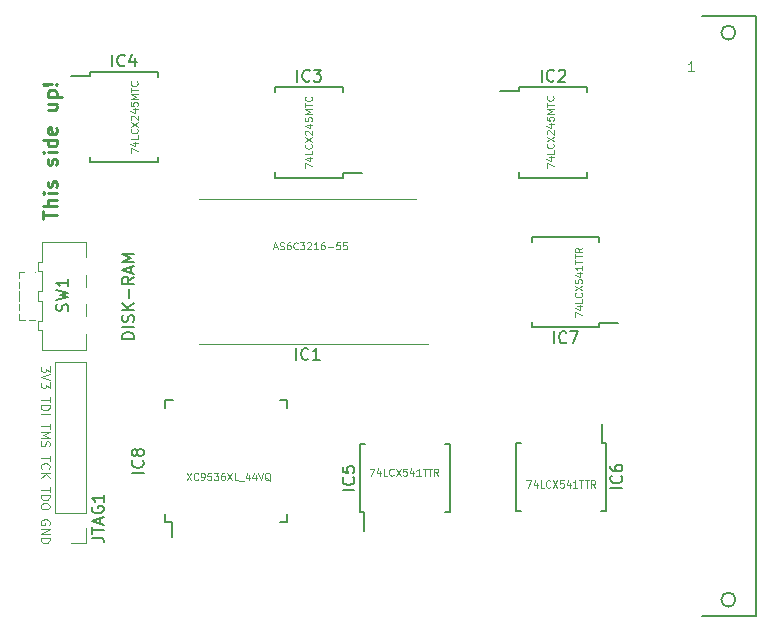
<source format=gto>
G04 #@! TF.GenerationSoftware,KiCad,Pcbnew,5.1.2-f72e74a~84~ubuntu16.04.1*
G04 #@! TF.CreationDate,2019-06-15T11:53:25+02:00*
G04 #@! TF.ProjectId,sakura,73616b75-7261-42e6-9b69-6361645f7063,2.1.2019*
G04 #@! TF.SameCoordinates,Original*
G04 #@! TF.FileFunction,Legend,Top*
G04 #@! TF.FilePolarity,Positive*
%FSLAX46Y46*%
G04 Gerber Fmt 4.6, Leading zero omitted, Abs format (unit mm)*
G04 Created by KiCad (PCBNEW 5.1.2-f72e74a~84~ubuntu16.04.1) date 2019-06-15 11:53:25*
%MOMM*%
%LPD*%
G04 APERTURE LIST*
%ADD10C,0.125000*%
%ADD11C,0.200000*%
%ADD12C,0.250000*%
%ADD13C,0.150000*%
%ADD14C,0.120000*%
%ADD15C,0.100000*%
%ADD16R,4.100000X0.900000*%
%ADD17C,0.900000*%
%ADD18R,2.600000X1.350000*%
%ADD19C,1.000000*%
%ADD20R,1.850000X0.550000*%
%ADD21R,0.550000X1.850000*%
%ADD22O,1.800000X1.800000*%
%ADD23R,1.800000X1.800000*%
%ADD24R,1.200000X0.350000*%
%ADD25R,0.650000X1.600000*%
%ADD26R,1.600000X0.650000*%
G04 APERTURE END LIST*
D10*
X173727921Y-85862554D02*
X173270778Y-85862554D01*
X173499350Y-85862554D02*
X173499350Y-85062554D01*
X173423159Y-85176840D01*
X173346969Y-85253030D01*
X173270778Y-85291126D01*
D11*
X126339430Y-108554828D02*
X125339430Y-108554828D01*
X125339430Y-108316732D01*
X125387050Y-108173875D01*
X125482288Y-108078637D01*
X125577526Y-108031018D01*
X125768002Y-107983399D01*
X125910859Y-107983399D01*
X126101335Y-108031018D01*
X126196573Y-108078637D01*
X126291811Y-108173875D01*
X126339430Y-108316732D01*
X126339430Y-108554828D01*
X126339430Y-107554828D02*
X125339430Y-107554828D01*
X126291811Y-107126256D02*
X126339430Y-106983399D01*
X126339430Y-106745304D01*
X126291811Y-106650066D01*
X126244192Y-106602447D01*
X126148954Y-106554828D01*
X126053716Y-106554828D01*
X125958478Y-106602447D01*
X125910859Y-106650066D01*
X125863240Y-106745304D01*
X125815621Y-106935780D01*
X125768002Y-107031018D01*
X125720383Y-107078637D01*
X125625145Y-107126256D01*
X125529907Y-107126256D01*
X125434669Y-107078637D01*
X125387050Y-107031018D01*
X125339430Y-106935780D01*
X125339430Y-106697685D01*
X125387050Y-106554828D01*
X126339430Y-106126256D02*
X125339430Y-106126256D01*
X126339430Y-105554828D02*
X125768002Y-105983399D01*
X125339430Y-105554828D02*
X125910859Y-106126256D01*
X125958478Y-105126256D02*
X125958478Y-104364351D01*
X126339430Y-103316732D02*
X125863240Y-103650066D01*
X126339430Y-103888161D02*
X125339430Y-103888161D01*
X125339430Y-103507209D01*
X125387050Y-103411970D01*
X125434669Y-103364351D01*
X125529907Y-103316732D01*
X125672764Y-103316732D01*
X125768002Y-103364351D01*
X125815621Y-103411970D01*
X125863240Y-103507209D01*
X125863240Y-103888161D01*
X126053716Y-102935780D02*
X126053716Y-102459590D01*
X126339430Y-103031018D02*
X125339430Y-102697685D01*
X126339430Y-102364351D01*
X126339430Y-102031018D02*
X125339430Y-102031018D01*
X126053716Y-101697685D01*
X125339430Y-101364351D01*
X126339430Y-101364351D01*
D12*
X118638607Y-98384078D02*
X118638607Y-97698364D01*
X119838607Y-98041221D02*
X118638607Y-98041221D01*
X119838607Y-97298364D02*
X118638607Y-97298364D01*
X119838607Y-96784078D02*
X119210035Y-96784078D01*
X119095750Y-96841221D01*
X119038607Y-96955507D01*
X119038607Y-97126935D01*
X119095750Y-97241221D01*
X119152892Y-97298364D01*
X119838607Y-96212650D02*
X119038607Y-96212650D01*
X118638607Y-96212650D02*
X118695750Y-96269792D01*
X118752892Y-96212650D01*
X118695750Y-96155507D01*
X118638607Y-96212650D01*
X118752892Y-96212650D01*
X119781464Y-95698364D02*
X119838607Y-95584078D01*
X119838607Y-95355507D01*
X119781464Y-95241221D01*
X119667178Y-95184078D01*
X119610035Y-95184078D01*
X119495750Y-95241221D01*
X119438607Y-95355507D01*
X119438607Y-95526935D01*
X119381464Y-95641221D01*
X119267178Y-95698364D01*
X119210035Y-95698364D01*
X119095750Y-95641221D01*
X119038607Y-95526935D01*
X119038607Y-95355507D01*
X119095750Y-95241221D01*
X119781464Y-93812650D02*
X119838607Y-93698364D01*
X119838607Y-93469792D01*
X119781464Y-93355507D01*
X119667178Y-93298364D01*
X119610035Y-93298364D01*
X119495750Y-93355507D01*
X119438607Y-93469792D01*
X119438607Y-93641221D01*
X119381464Y-93755507D01*
X119267178Y-93812650D01*
X119210035Y-93812650D01*
X119095750Y-93755507D01*
X119038607Y-93641221D01*
X119038607Y-93469792D01*
X119095750Y-93355507D01*
X119838607Y-92784078D02*
X119038607Y-92784078D01*
X118638607Y-92784078D02*
X118695750Y-92841221D01*
X118752892Y-92784078D01*
X118695750Y-92726935D01*
X118638607Y-92784078D01*
X118752892Y-92784078D01*
X119838607Y-91698364D02*
X118638607Y-91698364D01*
X119781464Y-91698364D02*
X119838607Y-91812650D01*
X119838607Y-92041221D01*
X119781464Y-92155507D01*
X119724321Y-92212650D01*
X119610035Y-92269792D01*
X119267178Y-92269792D01*
X119152892Y-92212650D01*
X119095750Y-92155507D01*
X119038607Y-92041221D01*
X119038607Y-91812650D01*
X119095750Y-91698364D01*
X119781464Y-90669792D02*
X119838607Y-90784078D01*
X119838607Y-91012650D01*
X119781464Y-91126935D01*
X119667178Y-91184078D01*
X119210035Y-91184078D01*
X119095750Y-91126935D01*
X119038607Y-91012650D01*
X119038607Y-90784078D01*
X119095750Y-90669792D01*
X119210035Y-90612650D01*
X119324321Y-90612650D01*
X119438607Y-91184078D01*
X119038607Y-88669792D02*
X119838607Y-88669792D01*
X119038607Y-89184078D02*
X119667178Y-89184078D01*
X119781464Y-89126935D01*
X119838607Y-89012650D01*
X119838607Y-88841221D01*
X119781464Y-88726935D01*
X119724321Y-88669792D01*
X119038607Y-88098364D02*
X120238607Y-88098364D01*
X119095750Y-88098364D02*
X119038607Y-87984078D01*
X119038607Y-87755507D01*
X119095750Y-87641221D01*
X119152892Y-87584078D01*
X119267178Y-87526935D01*
X119610035Y-87526935D01*
X119724321Y-87584078D01*
X119781464Y-87641221D01*
X119838607Y-87755507D01*
X119838607Y-87984078D01*
X119781464Y-88098364D01*
X119724321Y-87012650D02*
X119781464Y-86955507D01*
X119838607Y-87012650D01*
X119781464Y-87069792D01*
X119724321Y-87012650D01*
X119838607Y-87012650D01*
X119381464Y-87012650D02*
X118695750Y-87069792D01*
X118638607Y-87012650D01*
X118695750Y-86955507D01*
X119381464Y-87012650D01*
X118638607Y-87012650D01*
D10*
X163683878Y-106694361D02*
X163683878Y-106294361D01*
X164283878Y-106551504D01*
X163883878Y-105808647D02*
X164283878Y-105808647D01*
X163655307Y-105951504D02*
X164083878Y-106094361D01*
X164083878Y-105722932D01*
X164283878Y-105208647D02*
X164283878Y-105494361D01*
X163683878Y-105494361D01*
X164226735Y-104665790D02*
X164255307Y-104694361D01*
X164283878Y-104780075D01*
X164283878Y-104837218D01*
X164255307Y-104922932D01*
X164198164Y-104980075D01*
X164141021Y-105008647D01*
X164026735Y-105037218D01*
X163941021Y-105037218D01*
X163826735Y-105008647D01*
X163769592Y-104980075D01*
X163712450Y-104922932D01*
X163683878Y-104837218D01*
X163683878Y-104780075D01*
X163712450Y-104694361D01*
X163741021Y-104665790D01*
X163683878Y-104465790D02*
X164283878Y-104065790D01*
X163683878Y-104065790D02*
X164283878Y-104465790D01*
X163683878Y-103551504D02*
X163683878Y-103837218D01*
X163969592Y-103865790D01*
X163941021Y-103837218D01*
X163912450Y-103780075D01*
X163912450Y-103637218D01*
X163941021Y-103580075D01*
X163969592Y-103551504D01*
X164026735Y-103522932D01*
X164169592Y-103522932D01*
X164226735Y-103551504D01*
X164255307Y-103580075D01*
X164283878Y-103637218D01*
X164283878Y-103780075D01*
X164255307Y-103837218D01*
X164226735Y-103865790D01*
X163883878Y-103008647D02*
X164283878Y-103008647D01*
X163655307Y-103151504D02*
X164083878Y-103294361D01*
X164083878Y-102922932D01*
X164283878Y-102380075D02*
X164283878Y-102722932D01*
X164283878Y-102551504D02*
X163683878Y-102551504D01*
X163769592Y-102608647D01*
X163826735Y-102665790D01*
X163855307Y-102722932D01*
X163683878Y-102208647D02*
X163683878Y-101865790D01*
X164283878Y-102037218D02*
X163683878Y-102037218D01*
X163683878Y-101751504D02*
X163683878Y-101408647D01*
X164283878Y-101580075D02*
X163683878Y-101580075D01*
X164283878Y-100865790D02*
X163998164Y-101065790D01*
X164283878Y-101208647D02*
X163683878Y-101208647D01*
X163683878Y-100980075D01*
X163712450Y-100922932D01*
X163741021Y-100894361D01*
X163798164Y-100865790D01*
X163883878Y-100865790D01*
X163941021Y-100894361D01*
X163969592Y-100922932D01*
X163998164Y-100980075D01*
X163998164Y-101208647D01*
X138174450Y-100809790D02*
X138460164Y-100809790D01*
X138117307Y-100981218D02*
X138317307Y-100381218D01*
X138517307Y-100981218D01*
X138688735Y-100952647D02*
X138774450Y-100981218D01*
X138917307Y-100981218D01*
X138974450Y-100952647D01*
X139003021Y-100924075D01*
X139031592Y-100866932D01*
X139031592Y-100809790D01*
X139003021Y-100752647D01*
X138974450Y-100724075D01*
X138917307Y-100695504D01*
X138803021Y-100666932D01*
X138745878Y-100638361D01*
X138717307Y-100609790D01*
X138688735Y-100552647D01*
X138688735Y-100495504D01*
X138717307Y-100438361D01*
X138745878Y-100409790D01*
X138803021Y-100381218D01*
X138945878Y-100381218D01*
X139031592Y-100409790D01*
X139545878Y-100381218D02*
X139431592Y-100381218D01*
X139374450Y-100409790D01*
X139345878Y-100438361D01*
X139288735Y-100524075D01*
X139260164Y-100638361D01*
X139260164Y-100866932D01*
X139288735Y-100924075D01*
X139317307Y-100952647D01*
X139374450Y-100981218D01*
X139488735Y-100981218D01*
X139545878Y-100952647D01*
X139574450Y-100924075D01*
X139603021Y-100866932D01*
X139603021Y-100724075D01*
X139574450Y-100666932D01*
X139545878Y-100638361D01*
X139488735Y-100609790D01*
X139374450Y-100609790D01*
X139317307Y-100638361D01*
X139288735Y-100666932D01*
X139260164Y-100724075D01*
X140203021Y-100924075D02*
X140174450Y-100952647D01*
X140088735Y-100981218D01*
X140031592Y-100981218D01*
X139945878Y-100952647D01*
X139888735Y-100895504D01*
X139860164Y-100838361D01*
X139831592Y-100724075D01*
X139831592Y-100638361D01*
X139860164Y-100524075D01*
X139888735Y-100466932D01*
X139945878Y-100409790D01*
X140031592Y-100381218D01*
X140088735Y-100381218D01*
X140174450Y-100409790D01*
X140203021Y-100438361D01*
X140403021Y-100381218D02*
X140774450Y-100381218D01*
X140574450Y-100609790D01*
X140660164Y-100609790D01*
X140717307Y-100638361D01*
X140745878Y-100666932D01*
X140774450Y-100724075D01*
X140774450Y-100866932D01*
X140745878Y-100924075D01*
X140717307Y-100952647D01*
X140660164Y-100981218D01*
X140488735Y-100981218D01*
X140431592Y-100952647D01*
X140403021Y-100924075D01*
X141003021Y-100438361D02*
X141031592Y-100409790D01*
X141088735Y-100381218D01*
X141231592Y-100381218D01*
X141288735Y-100409790D01*
X141317307Y-100438361D01*
X141345878Y-100495504D01*
X141345878Y-100552647D01*
X141317307Y-100638361D01*
X140974450Y-100981218D01*
X141345878Y-100981218D01*
X141917307Y-100981218D02*
X141574450Y-100981218D01*
X141745878Y-100981218D02*
X141745878Y-100381218D01*
X141688735Y-100466932D01*
X141631592Y-100524075D01*
X141574450Y-100552647D01*
X142431592Y-100381218D02*
X142317307Y-100381218D01*
X142260164Y-100409790D01*
X142231592Y-100438361D01*
X142174450Y-100524075D01*
X142145878Y-100638361D01*
X142145878Y-100866932D01*
X142174450Y-100924075D01*
X142203021Y-100952647D01*
X142260164Y-100981218D01*
X142374450Y-100981218D01*
X142431592Y-100952647D01*
X142460164Y-100924075D01*
X142488735Y-100866932D01*
X142488735Y-100724075D01*
X142460164Y-100666932D01*
X142431592Y-100638361D01*
X142374450Y-100609790D01*
X142260164Y-100609790D01*
X142203021Y-100638361D01*
X142174450Y-100666932D01*
X142145878Y-100724075D01*
X142745878Y-100752647D02*
X143203021Y-100752647D01*
X143774450Y-100381218D02*
X143488735Y-100381218D01*
X143460164Y-100666932D01*
X143488735Y-100638361D01*
X143545878Y-100609790D01*
X143688735Y-100609790D01*
X143745878Y-100638361D01*
X143774450Y-100666932D01*
X143803021Y-100724075D01*
X143803021Y-100866932D01*
X143774450Y-100924075D01*
X143745878Y-100952647D01*
X143688735Y-100981218D01*
X143545878Y-100981218D01*
X143488735Y-100952647D01*
X143460164Y-100924075D01*
X144345878Y-100381218D02*
X144060164Y-100381218D01*
X144031592Y-100666932D01*
X144060164Y-100638361D01*
X144117307Y-100609790D01*
X144260164Y-100609790D01*
X144317307Y-100638361D01*
X144345878Y-100666932D01*
X144374450Y-100724075D01*
X144374450Y-100866932D01*
X144345878Y-100924075D01*
X144317307Y-100952647D01*
X144260164Y-100981218D01*
X144117307Y-100981218D01*
X144060164Y-100952647D01*
X144031592Y-100924075D01*
X126066478Y-92828487D02*
X126066478Y-92428487D01*
X126666478Y-92685630D01*
X126266478Y-91942772D02*
X126666478Y-91942772D01*
X126037907Y-92085630D02*
X126466478Y-92228487D01*
X126466478Y-91857058D01*
X126666478Y-91342772D02*
X126666478Y-91628487D01*
X126066478Y-91628487D01*
X126609335Y-90799915D02*
X126637907Y-90828487D01*
X126666478Y-90914201D01*
X126666478Y-90971344D01*
X126637907Y-91057058D01*
X126580764Y-91114201D01*
X126523621Y-91142772D01*
X126409335Y-91171344D01*
X126323621Y-91171344D01*
X126209335Y-91142772D01*
X126152192Y-91114201D01*
X126095050Y-91057058D01*
X126066478Y-90971344D01*
X126066478Y-90914201D01*
X126095050Y-90828487D01*
X126123621Y-90799915D01*
X126066478Y-90599915D02*
X126666478Y-90199915D01*
X126066478Y-90199915D02*
X126666478Y-90599915D01*
X126123621Y-89999915D02*
X126095050Y-89971344D01*
X126066478Y-89914201D01*
X126066478Y-89771344D01*
X126095050Y-89714201D01*
X126123621Y-89685630D01*
X126180764Y-89657058D01*
X126237907Y-89657058D01*
X126323621Y-89685630D01*
X126666478Y-90028487D01*
X126666478Y-89657058D01*
X126266478Y-89142772D02*
X126666478Y-89142772D01*
X126037907Y-89285630D02*
X126466478Y-89428487D01*
X126466478Y-89057058D01*
X126066478Y-88542772D02*
X126066478Y-88828487D01*
X126352192Y-88857058D01*
X126323621Y-88828487D01*
X126295050Y-88771344D01*
X126295050Y-88628487D01*
X126323621Y-88571344D01*
X126352192Y-88542772D01*
X126409335Y-88514201D01*
X126552192Y-88514201D01*
X126609335Y-88542772D01*
X126637907Y-88571344D01*
X126666478Y-88628487D01*
X126666478Y-88771344D01*
X126637907Y-88828487D01*
X126609335Y-88857058D01*
X126666478Y-88257058D02*
X126066478Y-88257058D01*
X126495050Y-88057058D01*
X126066478Y-87857058D01*
X126666478Y-87857058D01*
X126066478Y-87657058D02*
X126066478Y-87314201D01*
X126666478Y-87485630D02*
X126066478Y-87485630D01*
X126609335Y-86771344D02*
X126637907Y-86799915D01*
X126666478Y-86885630D01*
X126666478Y-86942772D01*
X126637907Y-87028487D01*
X126580764Y-87085630D01*
X126523621Y-87114201D01*
X126409335Y-87142772D01*
X126323621Y-87142772D01*
X126209335Y-87114201D01*
X126152192Y-87085630D01*
X126095050Y-87028487D01*
X126066478Y-86942772D01*
X126066478Y-86885630D01*
X126095050Y-86799915D01*
X126123621Y-86771344D01*
X161273418Y-94073087D02*
X161273418Y-93673087D01*
X161873418Y-93930230D01*
X161473418Y-93187372D02*
X161873418Y-93187372D01*
X161244847Y-93330230D02*
X161673418Y-93473087D01*
X161673418Y-93101658D01*
X161873418Y-92587372D02*
X161873418Y-92873087D01*
X161273418Y-92873087D01*
X161816275Y-92044515D02*
X161844847Y-92073087D01*
X161873418Y-92158801D01*
X161873418Y-92215944D01*
X161844847Y-92301658D01*
X161787704Y-92358801D01*
X161730561Y-92387372D01*
X161616275Y-92415944D01*
X161530561Y-92415944D01*
X161416275Y-92387372D01*
X161359132Y-92358801D01*
X161301990Y-92301658D01*
X161273418Y-92215944D01*
X161273418Y-92158801D01*
X161301990Y-92073087D01*
X161330561Y-92044515D01*
X161273418Y-91844515D02*
X161873418Y-91444515D01*
X161273418Y-91444515D02*
X161873418Y-91844515D01*
X161330561Y-91244515D02*
X161301990Y-91215944D01*
X161273418Y-91158801D01*
X161273418Y-91015944D01*
X161301990Y-90958801D01*
X161330561Y-90930230D01*
X161387704Y-90901658D01*
X161444847Y-90901658D01*
X161530561Y-90930230D01*
X161873418Y-91273087D01*
X161873418Y-90901658D01*
X161473418Y-90387372D02*
X161873418Y-90387372D01*
X161244847Y-90530230D02*
X161673418Y-90673087D01*
X161673418Y-90301658D01*
X161273418Y-89787372D02*
X161273418Y-90073087D01*
X161559132Y-90101658D01*
X161530561Y-90073087D01*
X161501990Y-90015944D01*
X161501990Y-89873087D01*
X161530561Y-89815944D01*
X161559132Y-89787372D01*
X161616275Y-89758801D01*
X161759132Y-89758801D01*
X161816275Y-89787372D01*
X161844847Y-89815944D01*
X161873418Y-89873087D01*
X161873418Y-90015944D01*
X161844847Y-90073087D01*
X161816275Y-90101658D01*
X161873418Y-89501658D02*
X161273418Y-89501658D01*
X161701990Y-89301658D01*
X161273418Y-89101658D01*
X161873418Y-89101658D01*
X161273418Y-88901658D02*
X161273418Y-88558801D01*
X161873418Y-88730230D02*
X161273418Y-88730230D01*
X161816275Y-88015944D02*
X161844847Y-88044515D01*
X161873418Y-88130230D01*
X161873418Y-88187372D01*
X161844847Y-88273087D01*
X161787704Y-88330230D01*
X161730561Y-88358801D01*
X161616275Y-88387372D01*
X161530561Y-88387372D01*
X161416275Y-88358801D01*
X161359132Y-88330230D01*
X161301990Y-88273087D01*
X161273418Y-88187372D01*
X161273418Y-88130230D01*
X161301990Y-88044515D01*
X161330561Y-88015944D01*
X140823878Y-94108647D02*
X140823878Y-93708647D01*
X141423878Y-93965790D01*
X141023878Y-93222932D02*
X141423878Y-93222932D01*
X140795307Y-93365790D02*
X141223878Y-93508647D01*
X141223878Y-93137218D01*
X141423878Y-92622932D02*
X141423878Y-92908647D01*
X140823878Y-92908647D01*
X141366735Y-92080075D02*
X141395307Y-92108647D01*
X141423878Y-92194361D01*
X141423878Y-92251504D01*
X141395307Y-92337218D01*
X141338164Y-92394361D01*
X141281021Y-92422932D01*
X141166735Y-92451504D01*
X141081021Y-92451504D01*
X140966735Y-92422932D01*
X140909592Y-92394361D01*
X140852450Y-92337218D01*
X140823878Y-92251504D01*
X140823878Y-92194361D01*
X140852450Y-92108647D01*
X140881021Y-92080075D01*
X140823878Y-91880075D02*
X141423878Y-91480075D01*
X140823878Y-91480075D02*
X141423878Y-91880075D01*
X140881021Y-91280075D02*
X140852450Y-91251504D01*
X140823878Y-91194361D01*
X140823878Y-91051504D01*
X140852450Y-90994361D01*
X140881021Y-90965790D01*
X140938164Y-90937218D01*
X140995307Y-90937218D01*
X141081021Y-90965790D01*
X141423878Y-91308647D01*
X141423878Y-90937218D01*
X141023878Y-90422932D02*
X141423878Y-90422932D01*
X140795307Y-90565790D02*
X141223878Y-90708647D01*
X141223878Y-90337218D01*
X140823878Y-89822932D02*
X140823878Y-90108647D01*
X141109592Y-90137218D01*
X141081021Y-90108647D01*
X141052450Y-90051504D01*
X141052450Y-89908647D01*
X141081021Y-89851504D01*
X141109592Y-89822932D01*
X141166735Y-89794361D01*
X141309592Y-89794361D01*
X141366735Y-89822932D01*
X141395307Y-89851504D01*
X141423878Y-89908647D01*
X141423878Y-90051504D01*
X141395307Y-90108647D01*
X141366735Y-90137218D01*
X141423878Y-89537218D02*
X140823878Y-89537218D01*
X141252450Y-89337218D01*
X140823878Y-89137218D01*
X141423878Y-89137218D01*
X140823878Y-88937218D02*
X140823878Y-88594361D01*
X141423878Y-88765790D02*
X140823878Y-88765790D01*
X141366735Y-88051504D02*
X141395307Y-88080075D01*
X141423878Y-88165790D01*
X141423878Y-88222932D01*
X141395307Y-88308647D01*
X141338164Y-88365790D01*
X141281021Y-88394361D01*
X141166735Y-88422932D01*
X141081021Y-88422932D01*
X140966735Y-88394361D01*
X140909592Y-88365790D01*
X140852450Y-88308647D01*
X140823878Y-88222932D01*
X140823878Y-88165790D01*
X140852450Y-88080075D01*
X140881021Y-88051504D01*
X159570038Y-120551738D02*
X159970038Y-120551738D01*
X159712895Y-121151738D01*
X160455752Y-120751738D02*
X160455752Y-121151738D01*
X160312895Y-120523167D02*
X160170038Y-120951738D01*
X160541467Y-120951738D01*
X161055752Y-121151738D02*
X160770038Y-121151738D01*
X160770038Y-120551738D01*
X161598610Y-121094595D02*
X161570038Y-121123167D01*
X161484324Y-121151738D01*
X161427181Y-121151738D01*
X161341467Y-121123167D01*
X161284324Y-121066024D01*
X161255752Y-121008881D01*
X161227181Y-120894595D01*
X161227181Y-120808881D01*
X161255752Y-120694595D01*
X161284324Y-120637452D01*
X161341467Y-120580310D01*
X161427181Y-120551738D01*
X161484324Y-120551738D01*
X161570038Y-120580310D01*
X161598610Y-120608881D01*
X161798610Y-120551738D02*
X162198610Y-121151738D01*
X162198610Y-120551738D02*
X161798610Y-121151738D01*
X162712895Y-120551738D02*
X162427181Y-120551738D01*
X162398610Y-120837452D01*
X162427181Y-120808881D01*
X162484324Y-120780310D01*
X162627181Y-120780310D01*
X162684324Y-120808881D01*
X162712895Y-120837452D01*
X162741467Y-120894595D01*
X162741467Y-121037452D01*
X162712895Y-121094595D01*
X162684324Y-121123167D01*
X162627181Y-121151738D01*
X162484324Y-121151738D01*
X162427181Y-121123167D01*
X162398610Y-121094595D01*
X163255752Y-120751738D02*
X163255752Y-121151738D01*
X163112895Y-120523167D02*
X162970038Y-120951738D01*
X163341467Y-120951738D01*
X163884324Y-121151738D02*
X163541467Y-121151738D01*
X163712895Y-121151738D02*
X163712895Y-120551738D01*
X163655752Y-120637452D01*
X163598610Y-120694595D01*
X163541467Y-120723167D01*
X164055752Y-120551738D02*
X164398610Y-120551738D01*
X164227181Y-121151738D02*
X164227181Y-120551738D01*
X164512895Y-120551738D02*
X164855752Y-120551738D01*
X164684324Y-121151738D02*
X164684324Y-120551738D01*
X165398610Y-121151738D02*
X165198610Y-120866024D01*
X165055752Y-121151738D02*
X165055752Y-120551738D01*
X165284324Y-120551738D01*
X165341467Y-120580310D01*
X165370038Y-120608881D01*
X165398610Y-120666024D01*
X165398610Y-120751738D01*
X165370038Y-120808881D01*
X165341467Y-120837452D01*
X165284324Y-120866024D01*
X165055752Y-120866024D01*
X146288378Y-119553518D02*
X146688378Y-119553518D01*
X146431235Y-120153518D01*
X147174092Y-119753518D02*
X147174092Y-120153518D01*
X147031235Y-119524947D02*
X146888378Y-119953518D01*
X147259807Y-119953518D01*
X147774092Y-120153518D02*
X147488378Y-120153518D01*
X147488378Y-119553518D01*
X148316950Y-120096375D02*
X148288378Y-120124947D01*
X148202664Y-120153518D01*
X148145521Y-120153518D01*
X148059807Y-120124947D01*
X148002664Y-120067804D01*
X147974092Y-120010661D01*
X147945521Y-119896375D01*
X147945521Y-119810661D01*
X147974092Y-119696375D01*
X148002664Y-119639232D01*
X148059807Y-119582090D01*
X148145521Y-119553518D01*
X148202664Y-119553518D01*
X148288378Y-119582090D01*
X148316950Y-119610661D01*
X148516950Y-119553518D02*
X148916950Y-120153518D01*
X148916950Y-119553518D02*
X148516950Y-120153518D01*
X149431235Y-119553518D02*
X149145521Y-119553518D01*
X149116950Y-119839232D01*
X149145521Y-119810661D01*
X149202664Y-119782090D01*
X149345521Y-119782090D01*
X149402664Y-119810661D01*
X149431235Y-119839232D01*
X149459807Y-119896375D01*
X149459807Y-120039232D01*
X149431235Y-120096375D01*
X149402664Y-120124947D01*
X149345521Y-120153518D01*
X149202664Y-120153518D01*
X149145521Y-120124947D01*
X149116950Y-120096375D01*
X149974092Y-119753518D02*
X149974092Y-120153518D01*
X149831235Y-119524947D02*
X149688378Y-119953518D01*
X150059807Y-119953518D01*
X150602664Y-120153518D02*
X150259807Y-120153518D01*
X150431235Y-120153518D02*
X150431235Y-119553518D01*
X150374092Y-119639232D01*
X150316950Y-119696375D01*
X150259807Y-119724947D01*
X150774092Y-119553518D02*
X151116950Y-119553518D01*
X150945521Y-120153518D02*
X150945521Y-119553518D01*
X151231235Y-119553518D02*
X151574092Y-119553518D01*
X151402664Y-120153518D02*
X151402664Y-119553518D01*
X152116950Y-120153518D02*
X151916950Y-119867804D01*
X151774092Y-120153518D02*
X151774092Y-119553518D01*
X152002664Y-119553518D01*
X152059807Y-119582090D01*
X152088378Y-119610661D01*
X152116950Y-119667804D01*
X152116950Y-119753518D01*
X152088378Y-119810661D01*
X152059807Y-119839232D01*
X152002664Y-119867804D01*
X151774092Y-119867804D01*
X130789692Y-119909118D02*
X131189692Y-120509118D01*
X131189692Y-119909118D02*
X130789692Y-120509118D01*
X131761121Y-120451975D02*
X131732550Y-120480547D01*
X131646835Y-120509118D01*
X131589692Y-120509118D01*
X131503978Y-120480547D01*
X131446835Y-120423404D01*
X131418264Y-120366261D01*
X131389692Y-120251975D01*
X131389692Y-120166261D01*
X131418264Y-120051975D01*
X131446835Y-119994832D01*
X131503978Y-119937690D01*
X131589692Y-119909118D01*
X131646835Y-119909118D01*
X131732550Y-119937690D01*
X131761121Y-119966261D01*
X132046835Y-120509118D02*
X132161121Y-120509118D01*
X132218264Y-120480547D01*
X132246835Y-120451975D01*
X132303978Y-120366261D01*
X132332550Y-120251975D01*
X132332550Y-120023404D01*
X132303978Y-119966261D01*
X132275407Y-119937690D01*
X132218264Y-119909118D01*
X132103978Y-119909118D01*
X132046835Y-119937690D01*
X132018264Y-119966261D01*
X131989692Y-120023404D01*
X131989692Y-120166261D01*
X132018264Y-120223404D01*
X132046835Y-120251975D01*
X132103978Y-120280547D01*
X132218264Y-120280547D01*
X132275407Y-120251975D01*
X132303978Y-120223404D01*
X132332550Y-120166261D01*
X132875407Y-119909118D02*
X132589692Y-119909118D01*
X132561121Y-120194832D01*
X132589692Y-120166261D01*
X132646835Y-120137690D01*
X132789692Y-120137690D01*
X132846835Y-120166261D01*
X132875407Y-120194832D01*
X132903978Y-120251975D01*
X132903978Y-120394832D01*
X132875407Y-120451975D01*
X132846835Y-120480547D01*
X132789692Y-120509118D01*
X132646835Y-120509118D01*
X132589692Y-120480547D01*
X132561121Y-120451975D01*
X133103978Y-119909118D02*
X133475407Y-119909118D01*
X133275407Y-120137690D01*
X133361121Y-120137690D01*
X133418264Y-120166261D01*
X133446835Y-120194832D01*
X133475407Y-120251975D01*
X133475407Y-120394832D01*
X133446835Y-120451975D01*
X133418264Y-120480547D01*
X133361121Y-120509118D01*
X133189692Y-120509118D01*
X133132550Y-120480547D01*
X133103978Y-120451975D01*
X133989692Y-119909118D02*
X133875407Y-119909118D01*
X133818264Y-119937690D01*
X133789692Y-119966261D01*
X133732550Y-120051975D01*
X133703978Y-120166261D01*
X133703978Y-120394832D01*
X133732550Y-120451975D01*
X133761121Y-120480547D01*
X133818264Y-120509118D01*
X133932550Y-120509118D01*
X133989692Y-120480547D01*
X134018264Y-120451975D01*
X134046835Y-120394832D01*
X134046835Y-120251975D01*
X134018264Y-120194832D01*
X133989692Y-120166261D01*
X133932550Y-120137690D01*
X133818264Y-120137690D01*
X133761121Y-120166261D01*
X133732550Y-120194832D01*
X133703978Y-120251975D01*
X134246835Y-119909118D02*
X134646835Y-120509118D01*
X134646835Y-119909118D02*
X134246835Y-120509118D01*
X135161121Y-120509118D02*
X134875407Y-120509118D01*
X134875407Y-119909118D01*
X135218264Y-120566261D02*
X135675407Y-120566261D01*
X136075407Y-120109118D02*
X136075407Y-120509118D01*
X135932550Y-119880547D02*
X135789692Y-120309118D01*
X136161121Y-120309118D01*
X136646835Y-120109118D02*
X136646835Y-120509118D01*
X136503978Y-119880547D02*
X136361121Y-120309118D01*
X136732550Y-120309118D01*
X136875407Y-119909118D02*
X137075407Y-120509118D01*
X137275407Y-119909118D01*
X137875407Y-120566261D02*
X137818264Y-120537690D01*
X137761121Y-120480547D01*
X137675407Y-120394832D01*
X137618264Y-120366261D01*
X137561121Y-120366261D01*
X137589692Y-120509118D02*
X137532550Y-120480547D01*
X137475407Y-120423404D01*
X137446835Y-120309118D01*
X137446835Y-120109118D01*
X137475407Y-119994832D01*
X137532550Y-119937690D01*
X137589692Y-119909118D01*
X137703978Y-119909118D01*
X137761121Y-119937690D01*
X137818264Y-119994832D01*
X137846835Y-120109118D01*
X137846835Y-120309118D01*
X137818264Y-120423404D01*
X137761121Y-120480547D01*
X137703978Y-120509118D01*
X137589692Y-120509118D01*
X119211164Y-110889789D02*
X119211164Y-111354075D01*
X118925450Y-111104075D01*
X118925450Y-111211218D01*
X118889735Y-111282647D01*
X118854021Y-111318361D01*
X118782592Y-111354075D01*
X118604021Y-111354075D01*
X118532592Y-111318361D01*
X118496878Y-111282647D01*
X118461164Y-111211218D01*
X118461164Y-110996932D01*
X118496878Y-110925504D01*
X118532592Y-110889789D01*
X119211164Y-111568361D02*
X118461164Y-111818361D01*
X119211164Y-112068361D01*
X119211164Y-112246932D02*
X119211164Y-112711218D01*
X118925450Y-112461218D01*
X118925450Y-112568361D01*
X118889735Y-112639789D01*
X118854021Y-112675504D01*
X118782592Y-112711218D01*
X118604021Y-112711218D01*
X118532592Y-112675504D01*
X118496878Y-112639789D01*
X118461164Y-112568361D01*
X118461164Y-112354075D01*
X118496878Y-112282647D01*
X118532592Y-112246932D01*
X119211164Y-113496932D02*
X119211164Y-113925504D01*
X118461164Y-113711218D02*
X119211164Y-113711218D01*
X118461164Y-114175504D02*
X119211164Y-114175504D01*
X119211164Y-114354075D01*
X119175450Y-114461218D01*
X119104021Y-114532647D01*
X119032592Y-114568361D01*
X118889735Y-114604075D01*
X118782592Y-114604075D01*
X118639735Y-114568361D01*
X118568307Y-114532647D01*
X118496878Y-114461218D01*
X118461164Y-114354075D01*
X118461164Y-114175504D01*
X118461164Y-114925504D02*
X119211164Y-114925504D01*
X119211164Y-115746932D02*
X119211164Y-116175504D01*
X118461164Y-115961218D02*
X119211164Y-115961218D01*
X118461164Y-116425504D02*
X119211164Y-116425504D01*
X118675450Y-116675504D01*
X119211164Y-116925504D01*
X118461164Y-116925504D01*
X118496878Y-117246932D02*
X118461164Y-117354075D01*
X118461164Y-117532647D01*
X118496878Y-117604075D01*
X118532592Y-117639789D01*
X118604021Y-117675504D01*
X118675450Y-117675504D01*
X118746878Y-117639789D01*
X118782592Y-117604075D01*
X118818307Y-117532647D01*
X118854021Y-117389789D01*
X118889735Y-117318361D01*
X118925450Y-117282647D01*
X118996878Y-117246932D01*
X119068307Y-117246932D01*
X119139735Y-117282647D01*
X119175450Y-117318361D01*
X119211164Y-117389789D01*
X119211164Y-117568361D01*
X119175450Y-117675504D01*
X119211164Y-118461218D02*
X119211164Y-118889789D01*
X118461164Y-118675504D02*
X119211164Y-118675504D01*
X118532592Y-119568361D02*
X118496878Y-119532647D01*
X118461164Y-119425504D01*
X118461164Y-119354075D01*
X118496878Y-119246932D01*
X118568307Y-119175504D01*
X118639735Y-119139789D01*
X118782592Y-119104075D01*
X118889735Y-119104075D01*
X119032592Y-119139789D01*
X119104021Y-119175504D01*
X119175450Y-119246932D01*
X119211164Y-119354075D01*
X119211164Y-119425504D01*
X119175450Y-119532647D01*
X119139735Y-119568361D01*
X118461164Y-119889789D02*
X119211164Y-119889789D01*
X118461164Y-120318361D02*
X118889735Y-119996932D01*
X119211164Y-120318361D02*
X118782592Y-119889789D01*
X119211164Y-121104075D02*
X119211164Y-121532647D01*
X118461164Y-121318361D02*
X119211164Y-121318361D01*
X118461164Y-121782647D02*
X119211164Y-121782647D01*
X119211164Y-121961218D01*
X119175450Y-122068361D01*
X119104021Y-122139789D01*
X119032592Y-122175504D01*
X118889735Y-122211218D01*
X118782592Y-122211218D01*
X118639735Y-122175504D01*
X118568307Y-122139789D01*
X118496878Y-122068361D01*
X118461164Y-121961218D01*
X118461164Y-121782647D01*
X119211164Y-122675504D02*
X119211164Y-122818361D01*
X119175450Y-122889789D01*
X119104021Y-122961218D01*
X118961164Y-122996932D01*
X118711164Y-122996932D01*
X118568307Y-122961218D01*
X118496878Y-122889789D01*
X118461164Y-122818361D01*
X118461164Y-122675504D01*
X118496878Y-122604075D01*
X118568307Y-122532647D01*
X118711164Y-122496932D01*
X118961164Y-122496932D01*
X119104021Y-122532647D01*
X119175450Y-122604075D01*
X119211164Y-122675504D01*
X119175450Y-124282647D02*
X119211164Y-124211218D01*
X119211164Y-124104075D01*
X119175450Y-123996932D01*
X119104021Y-123925504D01*
X119032592Y-123889789D01*
X118889735Y-123854075D01*
X118782592Y-123854075D01*
X118639735Y-123889789D01*
X118568307Y-123925504D01*
X118496878Y-123996932D01*
X118461164Y-124104075D01*
X118461164Y-124175504D01*
X118496878Y-124282647D01*
X118532592Y-124318361D01*
X118782592Y-124318361D01*
X118782592Y-124175504D01*
X118461164Y-124639789D02*
X119211164Y-124639789D01*
X118461164Y-125068361D01*
X119211164Y-125068361D01*
X118461164Y-125425504D02*
X119211164Y-125425504D01*
X119211164Y-125604075D01*
X119175450Y-125711218D01*
X119104021Y-125782647D01*
X119032592Y-125818361D01*
X118889735Y-125854075D01*
X118782592Y-125854075D01*
X118639735Y-125818361D01*
X118568307Y-125782647D01*
X118496878Y-125711218D01*
X118461164Y-125604075D01*
X118461164Y-125425504D01*
D13*
X178964550Y-81233450D02*
X178964550Y-132033450D01*
X177264550Y-130643450D02*
G75*
G03X177264550Y-130643450I-600000J0D01*
G01*
X177264550Y-82633450D02*
G75*
G03X177264550Y-82633450I-600000J0D01*
G01*
X174464550Y-81233450D02*
X178964550Y-81233450D01*
X174464550Y-132033450D02*
X178964550Y-132033450D01*
D14*
X122320450Y-108131790D02*
X122320450Y-109531790D01*
X122320450Y-109531790D02*
X118520450Y-109531790D01*
X118520450Y-100331790D02*
X122320450Y-100331790D01*
X122320450Y-100331790D02*
X122320450Y-101731790D01*
X122320450Y-106731790D02*
X122320450Y-105631790D01*
X122320450Y-105631790D02*
X122320450Y-105631790D01*
X122320450Y-104231790D02*
X122320450Y-103131790D01*
X122320450Y-103131790D02*
X122320450Y-103131790D01*
X118520450Y-109531790D02*
X118520450Y-107831790D01*
X118520450Y-107831790D02*
X118220450Y-107831790D01*
X118220450Y-107831790D02*
X118220450Y-107031790D01*
X118220450Y-107031790D02*
X118520450Y-107031790D01*
X118520450Y-107031790D02*
X118520450Y-105331790D01*
X118520450Y-105331790D02*
X118220450Y-105331790D01*
X118220450Y-105331790D02*
X118220450Y-104531790D01*
X118220450Y-104531790D02*
X118520450Y-104531790D01*
X118520450Y-104531790D02*
X118520450Y-102831790D01*
X118520450Y-102831790D02*
X118220450Y-102831790D01*
X118220450Y-102831790D02*
X118220450Y-102031790D01*
X118220450Y-102031790D02*
X118520450Y-102031790D01*
X118520450Y-102031790D02*
X118520450Y-100331790D01*
X118520450Y-100331790D02*
X118520450Y-100331790D01*
X116620450Y-102931790D02*
X117120450Y-102931790D01*
X117120450Y-102931790D02*
X117120450Y-102931790D01*
X116620450Y-102931790D02*
X116620450Y-103431790D01*
X116620450Y-103431790D02*
X116620450Y-103431790D01*
X116620450Y-106931790D02*
X116620450Y-106431790D01*
X116620450Y-106431790D02*
X116620450Y-106431790D01*
X116620450Y-106931790D02*
X117120450Y-106931790D01*
X117120450Y-106931790D02*
X117120450Y-106931790D01*
X117420450Y-106931790D02*
X117920450Y-106931790D01*
X117920450Y-106931790D02*
X117920450Y-106931790D01*
X117420450Y-102931790D02*
X117920450Y-102931790D01*
X117920450Y-102931790D02*
X117920450Y-102931790D01*
X116620450Y-103731790D02*
X116620450Y-104231790D01*
X116620450Y-104231790D02*
X116620450Y-104231790D01*
X116620450Y-106131790D02*
X116620450Y-105631790D01*
X116620450Y-105631790D02*
X116620450Y-105631790D01*
X116620450Y-105331790D02*
X116620450Y-104531790D01*
X116620450Y-104531790D02*
X116620450Y-104531790D01*
D13*
X158959300Y-87254940D02*
X158959300Y-87604940D01*
X164709300Y-87254940D02*
X164709300Y-87704940D01*
X164709300Y-94904940D02*
X164709300Y-94454940D01*
X158959300Y-94904940D02*
X158959300Y-94454940D01*
X158959300Y-87254940D02*
X164709300Y-87254940D01*
X158959300Y-94904940D02*
X164709300Y-94904940D01*
X158959300Y-87604940D02*
X157359300Y-87604940D01*
X144029300Y-94554940D02*
X145629300Y-94554940D01*
X144029300Y-87254940D02*
X138279300Y-87254940D01*
X144029300Y-94904940D02*
X138279300Y-94904940D01*
X144029300Y-87254940D02*
X144029300Y-87704940D01*
X138279300Y-87254940D02*
X138279300Y-87704940D01*
X138279300Y-94904940D02*
X138279300Y-94454940D01*
X144029300Y-94904940D02*
X144029300Y-94554940D01*
X122609300Y-85964940D02*
X122609300Y-86314940D01*
X128359300Y-85964940D02*
X128359300Y-86414940D01*
X128359300Y-93614940D02*
X128359300Y-93164940D01*
X122609300Y-93614940D02*
X122609300Y-93164940D01*
X122609300Y-85964940D02*
X128359300Y-85964940D01*
X122609300Y-93614940D02*
X128359300Y-93614940D01*
X122609300Y-86314940D02*
X121009300Y-86314940D01*
X145829300Y-123244940D02*
X145829300Y-124844940D01*
X153129300Y-123244940D02*
X153129300Y-117494940D01*
X145479300Y-123244940D02*
X145479300Y-117494940D01*
X153129300Y-123244940D02*
X152679300Y-123244940D01*
X153129300Y-117494940D02*
X152679300Y-117494940D01*
X145479300Y-117494940D02*
X145929300Y-117494940D01*
X145479300Y-123244940D02*
X145829300Y-123244940D01*
X166309300Y-117364940D02*
X165959300Y-117364940D01*
X166309300Y-123114940D02*
X165859300Y-123114940D01*
X158659300Y-123114940D02*
X159109300Y-123114940D01*
X158659300Y-117364940D02*
X159109300Y-117364940D01*
X166309300Y-117364940D02*
X166309300Y-123114940D01*
X158659300Y-117364940D02*
X158659300Y-123114940D01*
X165959300Y-117364940D02*
X165959300Y-115764940D01*
X165749300Y-107204940D02*
X167349300Y-107204940D01*
X165749300Y-99904940D02*
X159999300Y-99904940D01*
X165749300Y-107554940D02*
X159999300Y-107554940D01*
X165749300Y-99904940D02*
X165749300Y-100354940D01*
X159999300Y-99904940D02*
X159999300Y-100354940D01*
X159999300Y-107554940D02*
X159999300Y-107104940D01*
X165749300Y-107554940D02*
X165749300Y-107204940D01*
D14*
X122304300Y-125879940D02*
X120974300Y-125879940D01*
X122304300Y-124549940D02*
X122304300Y-125879940D01*
X119644300Y-123279940D02*
X122304300Y-123279940D01*
X119644300Y-110519940D02*
X119644300Y-123279940D01*
X122304300Y-110519940D02*
X119644300Y-110519940D01*
X122304300Y-123279940D02*
X122304300Y-110519940D01*
D15*
X131844300Y-108999940D02*
X151244300Y-108999940D01*
D14*
X150244300Y-96759940D02*
X131844300Y-96759940D01*
D13*
X128989300Y-124094940D02*
X129564300Y-124094940D01*
X128989300Y-113744940D02*
X129664300Y-113744940D01*
X139339300Y-113744940D02*
X138664300Y-113744940D01*
X139339300Y-124094940D02*
X138664300Y-124094940D01*
X128989300Y-124094940D02*
X128989300Y-123419940D01*
X139339300Y-124094940D02*
X139339300Y-123419940D01*
X139339300Y-113744940D02*
X139339300Y-114419940D01*
X128989300Y-113744940D02*
X128989300Y-114419940D01*
X129564300Y-124094940D02*
X129564300Y-125369940D01*
X120716511Y-106188783D02*
X120764130Y-106045926D01*
X120764130Y-105807830D01*
X120716511Y-105712592D01*
X120668892Y-105664973D01*
X120573654Y-105617354D01*
X120478416Y-105617354D01*
X120383178Y-105664973D01*
X120335559Y-105712592D01*
X120287940Y-105807830D01*
X120240321Y-105998307D01*
X120192702Y-106093545D01*
X120145083Y-106141164D01*
X120049845Y-106188783D01*
X119954607Y-106188783D01*
X119859369Y-106141164D01*
X119811750Y-106093545D01*
X119764130Y-105998307D01*
X119764130Y-105760211D01*
X119811750Y-105617354D01*
X119764130Y-105284021D02*
X120764130Y-105045926D01*
X120049845Y-104855450D01*
X120764130Y-104664973D01*
X119764130Y-104426878D01*
X120764130Y-103522116D02*
X120764130Y-104093545D01*
X120764130Y-103807830D02*
X119764130Y-103807830D01*
X119906988Y-103903069D01*
X120002226Y-103998307D01*
X120049845Y-104093545D01*
X160858109Y-86782320D02*
X160858109Y-85782320D01*
X161905728Y-86687082D02*
X161858109Y-86734701D01*
X161715252Y-86782320D01*
X161620014Y-86782320D01*
X161477157Y-86734701D01*
X161381919Y-86639463D01*
X161334300Y-86544225D01*
X161286680Y-86353749D01*
X161286680Y-86210892D01*
X161334300Y-86020416D01*
X161381919Y-85925178D01*
X161477157Y-85829940D01*
X161620014Y-85782320D01*
X161715252Y-85782320D01*
X161858109Y-85829940D01*
X161905728Y-85877559D01*
X162286680Y-85877559D02*
X162334300Y-85829940D01*
X162429538Y-85782320D01*
X162667633Y-85782320D01*
X162762871Y-85829940D01*
X162810490Y-85877559D01*
X162858109Y-85972797D01*
X162858109Y-86068035D01*
X162810490Y-86210892D01*
X162239061Y-86782320D01*
X162858109Y-86782320D01*
X140178109Y-86782320D02*
X140178109Y-85782320D01*
X141225728Y-86687082D02*
X141178109Y-86734701D01*
X141035252Y-86782320D01*
X140940014Y-86782320D01*
X140797157Y-86734701D01*
X140701919Y-86639463D01*
X140654300Y-86544225D01*
X140606680Y-86353749D01*
X140606680Y-86210892D01*
X140654300Y-86020416D01*
X140701919Y-85925178D01*
X140797157Y-85829940D01*
X140940014Y-85782320D01*
X141035252Y-85782320D01*
X141178109Y-85829940D01*
X141225728Y-85877559D01*
X141559061Y-85782320D02*
X142178109Y-85782320D01*
X141844776Y-86163273D01*
X141987633Y-86163273D01*
X142082871Y-86210892D01*
X142130490Y-86258511D01*
X142178109Y-86353749D01*
X142178109Y-86591844D01*
X142130490Y-86687082D01*
X142082871Y-86734701D01*
X141987633Y-86782320D01*
X141701919Y-86782320D01*
X141606680Y-86734701D01*
X141559061Y-86687082D01*
X124508109Y-85492320D02*
X124508109Y-84492320D01*
X125555728Y-85397082D02*
X125508109Y-85444701D01*
X125365252Y-85492320D01*
X125270014Y-85492320D01*
X125127157Y-85444701D01*
X125031919Y-85349463D01*
X124984300Y-85254225D01*
X124936680Y-85063749D01*
X124936680Y-84920892D01*
X124984300Y-84730416D01*
X125031919Y-84635178D01*
X125127157Y-84539940D01*
X125270014Y-84492320D01*
X125365252Y-84492320D01*
X125508109Y-84539940D01*
X125555728Y-84587559D01*
X126412871Y-84825654D02*
X126412871Y-85492320D01*
X126174776Y-84444701D02*
X125936680Y-85158987D01*
X126555728Y-85158987D01*
X145006680Y-121346130D02*
X144006680Y-121346130D01*
X144911442Y-120298511D02*
X144959061Y-120346130D01*
X145006680Y-120488987D01*
X145006680Y-120584225D01*
X144959061Y-120727082D01*
X144863823Y-120822320D01*
X144768585Y-120869940D01*
X144578109Y-120917559D01*
X144435252Y-120917559D01*
X144244776Y-120869940D01*
X144149538Y-120822320D01*
X144054300Y-120727082D01*
X144006680Y-120584225D01*
X144006680Y-120488987D01*
X144054300Y-120346130D01*
X144101919Y-120298511D01*
X144006680Y-119393749D02*
X144006680Y-119869940D01*
X144482871Y-119917559D01*
X144435252Y-119869940D01*
X144387633Y-119774701D01*
X144387633Y-119536606D01*
X144435252Y-119441368D01*
X144482871Y-119393749D01*
X144578109Y-119346130D01*
X144816204Y-119346130D01*
X144911442Y-119393749D01*
X144959061Y-119441368D01*
X145006680Y-119536606D01*
X145006680Y-119774701D01*
X144959061Y-119869940D01*
X144911442Y-119917559D01*
X167686680Y-121216130D02*
X166686680Y-121216130D01*
X167591442Y-120168511D02*
X167639061Y-120216130D01*
X167686680Y-120358987D01*
X167686680Y-120454225D01*
X167639061Y-120597082D01*
X167543823Y-120692320D01*
X167448585Y-120739940D01*
X167258109Y-120787559D01*
X167115252Y-120787559D01*
X166924776Y-120739940D01*
X166829538Y-120692320D01*
X166734300Y-120597082D01*
X166686680Y-120454225D01*
X166686680Y-120358987D01*
X166734300Y-120216130D01*
X166781919Y-120168511D01*
X166686680Y-119311368D02*
X166686680Y-119501844D01*
X166734300Y-119597082D01*
X166781919Y-119644701D01*
X166924776Y-119739940D01*
X167115252Y-119787559D01*
X167496204Y-119787559D01*
X167591442Y-119739940D01*
X167639061Y-119692320D01*
X167686680Y-119597082D01*
X167686680Y-119406606D01*
X167639061Y-119311368D01*
X167591442Y-119263749D01*
X167496204Y-119216130D01*
X167258109Y-119216130D01*
X167162871Y-119263749D01*
X167115252Y-119311368D01*
X167067633Y-119406606D01*
X167067633Y-119597082D01*
X167115252Y-119692320D01*
X167162871Y-119739940D01*
X167258109Y-119787559D01*
X161898109Y-108932320D02*
X161898109Y-107932320D01*
X162945728Y-108837082D02*
X162898109Y-108884701D01*
X162755252Y-108932320D01*
X162660014Y-108932320D01*
X162517157Y-108884701D01*
X162421919Y-108789463D01*
X162374300Y-108694225D01*
X162326680Y-108503749D01*
X162326680Y-108360892D01*
X162374300Y-108170416D01*
X162421919Y-108075178D01*
X162517157Y-107979940D01*
X162660014Y-107932320D01*
X162755252Y-107932320D01*
X162898109Y-107979940D01*
X162945728Y-108027559D01*
X163279061Y-107932320D02*
X163945728Y-107932320D01*
X163517157Y-108932320D01*
X122761330Y-125395907D02*
X123475616Y-125395907D01*
X123618473Y-125443526D01*
X123713711Y-125538764D01*
X123761330Y-125681621D01*
X123761330Y-125776859D01*
X122761330Y-125062573D02*
X122761330Y-124491145D01*
X123761330Y-124776859D02*
X122761330Y-124776859D01*
X123475616Y-124205430D02*
X123475616Y-123729240D01*
X123761330Y-124300669D02*
X122761330Y-123967335D01*
X123761330Y-123634002D01*
X122808950Y-122776859D02*
X122761330Y-122872097D01*
X122761330Y-123014954D01*
X122808950Y-123157811D01*
X122904188Y-123253050D01*
X122999426Y-123300669D01*
X123189902Y-123348288D01*
X123332759Y-123348288D01*
X123523235Y-123300669D01*
X123618473Y-123253050D01*
X123713711Y-123157811D01*
X123761330Y-123014954D01*
X123761330Y-122919716D01*
X123713711Y-122776859D01*
X123666092Y-122729240D01*
X123332759Y-122729240D01*
X123332759Y-122919716D01*
X123761330Y-121776859D02*
X123761330Y-122348288D01*
X123761330Y-122062573D02*
X122761330Y-122062573D01*
X122904188Y-122157811D01*
X122999426Y-122253050D01*
X123047045Y-122348288D01*
X140068109Y-110332320D02*
X140068109Y-109332320D01*
X141115728Y-110237082D02*
X141068109Y-110284701D01*
X140925252Y-110332320D01*
X140830014Y-110332320D01*
X140687157Y-110284701D01*
X140591919Y-110189463D01*
X140544300Y-110094225D01*
X140496680Y-109903749D01*
X140496680Y-109760892D01*
X140544300Y-109570416D01*
X140591919Y-109475178D01*
X140687157Y-109379940D01*
X140830014Y-109332320D01*
X140925252Y-109332320D01*
X141068109Y-109379940D01*
X141115728Y-109427559D01*
X142068109Y-110332320D02*
X141496680Y-110332320D01*
X141782395Y-110332320D02*
X141782395Y-109332320D01*
X141687157Y-109475178D01*
X141591919Y-109570416D01*
X141496680Y-109618035D01*
X127166680Y-119896130D02*
X126166680Y-119896130D01*
X127071442Y-118848511D02*
X127119061Y-118896130D01*
X127166680Y-119038987D01*
X127166680Y-119134225D01*
X127119061Y-119277082D01*
X127023823Y-119372320D01*
X126928585Y-119419940D01*
X126738109Y-119467559D01*
X126595252Y-119467559D01*
X126404776Y-119419940D01*
X126309538Y-119372320D01*
X126214300Y-119277082D01*
X126166680Y-119134225D01*
X126166680Y-119038987D01*
X126214300Y-118896130D01*
X126261919Y-118848511D01*
X126595252Y-118277082D02*
X126547633Y-118372320D01*
X126500014Y-118419940D01*
X126404776Y-118467559D01*
X126357157Y-118467559D01*
X126261919Y-118419940D01*
X126214300Y-118372320D01*
X126166680Y-118277082D01*
X126166680Y-118086606D01*
X126214300Y-117991368D01*
X126261919Y-117943749D01*
X126357157Y-117896130D01*
X126404776Y-117896130D01*
X126500014Y-117943749D01*
X126547633Y-117991368D01*
X126595252Y-118086606D01*
X126595252Y-118277082D01*
X126642871Y-118372320D01*
X126690490Y-118419940D01*
X126785728Y-118467559D01*
X126976204Y-118467559D01*
X127071442Y-118419940D01*
X127119061Y-118372320D01*
X127166680Y-118277082D01*
X127166680Y-118086606D01*
X127119061Y-117991368D01*
X127071442Y-117943749D01*
X126976204Y-117896130D01*
X126785728Y-117896130D01*
X126690490Y-117943749D01*
X126642871Y-117991368D01*
X126595252Y-118086606D01*
%LPC*%
D16*
X176464550Y-127593450D03*
X176464550Y-126323450D03*
X176464550Y-125053450D03*
X176464550Y-123783450D03*
X176464550Y-122513450D03*
X176464550Y-121243450D03*
X176464550Y-119973450D03*
X176464550Y-118703450D03*
X176464550Y-117433450D03*
X176464550Y-116163450D03*
X176464550Y-114893450D03*
X176464550Y-113623450D03*
X176464550Y-112353450D03*
X176464550Y-111083450D03*
X176464550Y-109813450D03*
X176464550Y-108543450D03*
X176464550Y-107273450D03*
X176464550Y-106003450D03*
X176464550Y-104733450D03*
X176464550Y-103463450D03*
X176464550Y-102193450D03*
X176464550Y-100923450D03*
X176464550Y-99653450D03*
X176464550Y-98383450D03*
X176464550Y-97113450D03*
X176464550Y-95843450D03*
X176464550Y-94573450D03*
X176464550Y-93303450D03*
X176464550Y-92033450D03*
X176464550Y-90763450D03*
X176464550Y-89493450D03*
X176464550Y-88223450D03*
X176464550Y-86953450D03*
X176464550Y-85683450D03*
D17*
X117524450Y-127859790D03*
X117524450Y-125359790D03*
X117524450Y-122859790D03*
X117524450Y-120359790D03*
X117524450Y-117859790D03*
X117524450Y-115359790D03*
X117524450Y-112859790D03*
X117524450Y-110359790D03*
X117524450Y-107859790D03*
X117524450Y-105359790D03*
X117524450Y-102859790D03*
X117524450Y-100359790D03*
X117524450Y-97859790D03*
X117524450Y-95359790D03*
X117524450Y-92859790D03*
X117524450Y-90359790D03*
X117524450Y-87859790D03*
X117524450Y-85359790D03*
X122934450Y-130669790D03*
X125434450Y-130669790D03*
X127934450Y-130669790D03*
X130434450Y-130669790D03*
X132934450Y-130669790D03*
X135434450Y-130669790D03*
X137934450Y-130669790D03*
X140434450Y-130669790D03*
X142934450Y-130669790D03*
X145434450Y-130669790D03*
X147934450Y-130669790D03*
X150434450Y-130669790D03*
X152934450Y-130669790D03*
X155434450Y-130669790D03*
X157934450Y-130669790D03*
X160434450Y-130669790D03*
X162934450Y-130669790D03*
X165434450Y-130669790D03*
X122924450Y-82739790D03*
X125424450Y-82739790D03*
X127924450Y-82739790D03*
X130424450Y-82739790D03*
X132924450Y-82739790D03*
X135424450Y-82739790D03*
X137924450Y-82739790D03*
X140424450Y-82739790D03*
X142924450Y-82739790D03*
X145424450Y-82739790D03*
X147924450Y-82739790D03*
X150424450Y-82739790D03*
X152924450Y-82739790D03*
X155424450Y-82739790D03*
X157924450Y-82739790D03*
X160424450Y-82739790D03*
X162924450Y-82739790D03*
X165424450Y-82739790D03*
D18*
X123170450Y-102431790D03*
X123170450Y-104931790D03*
X123170450Y-107431790D03*
D19*
X120420450Y-101531790D03*
X120420450Y-108331790D03*
D20*
X158234300Y-88154940D03*
X158234300Y-88804940D03*
X158234300Y-89454940D03*
X158234300Y-90104940D03*
X158234300Y-90754940D03*
X158234300Y-91404940D03*
X158234300Y-92054940D03*
X158234300Y-92704940D03*
X158234300Y-93354940D03*
X158234300Y-94004940D03*
X165434300Y-94004940D03*
X165434300Y-93354940D03*
X165434300Y-92704940D03*
X165434300Y-92054940D03*
X165434300Y-91404940D03*
X165434300Y-90754940D03*
X165434300Y-90104940D03*
X165434300Y-89454940D03*
X165434300Y-88804940D03*
X165434300Y-88154940D03*
X137554300Y-94004940D03*
X137554300Y-93354940D03*
X137554300Y-92704940D03*
X137554300Y-92054940D03*
X137554300Y-91404940D03*
X137554300Y-90754940D03*
X137554300Y-90104940D03*
X137554300Y-89454940D03*
X137554300Y-88804940D03*
X137554300Y-88154940D03*
X144754300Y-88154940D03*
X144754300Y-88804940D03*
X144754300Y-89454940D03*
X144754300Y-90104940D03*
X144754300Y-90754940D03*
X144754300Y-91404940D03*
X144754300Y-92054940D03*
X144754300Y-92704940D03*
X144754300Y-93354940D03*
X144754300Y-94004940D03*
X121884300Y-86864940D03*
X121884300Y-87514940D03*
X121884300Y-88164940D03*
X121884300Y-88814940D03*
X121884300Y-89464940D03*
X121884300Y-90114940D03*
X121884300Y-90764940D03*
X121884300Y-91414940D03*
X121884300Y-92064940D03*
X121884300Y-92714940D03*
X129084300Y-92714940D03*
X129084300Y-92064940D03*
X129084300Y-91414940D03*
X129084300Y-90764940D03*
X129084300Y-90114940D03*
X129084300Y-89464940D03*
X129084300Y-88814940D03*
X129084300Y-88164940D03*
X129084300Y-87514940D03*
X129084300Y-86864940D03*
D21*
X146379300Y-116769940D03*
X147029300Y-116769940D03*
X147679300Y-116769940D03*
X148329300Y-116769940D03*
X148979300Y-116769940D03*
X149629300Y-116769940D03*
X150279300Y-116769940D03*
X150929300Y-116769940D03*
X151579300Y-116769940D03*
X152229300Y-116769940D03*
X152229300Y-123969940D03*
X151579300Y-123969940D03*
X150929300Y-123969940D03*
X150279300Y-123969940D03*
X149629300Y-123969940D03*
X148979300Y-123969940D03*
X148329300Y-123969940D03*
X147679300Y-123969940D03*
X147029300Y-123969940D03*
X146379300Y-123969940D03*
X165409300Y-116639940D03*
X164759300Y-116639940D03*
X164109300Y-116639940D03*
X163459300Y-116639940D03*
X162809300Y-116639940D03*
X162159300Y-116639940D03*
X161509300Y-116639940D03*
X160859300Y-116639940D03*
X160209300Y-116639940D03*
X159559300Y-116639940D03*
X159559300Y-123839940D03*
X160209300Y-123839940D03*
X160859300Y-123839940D03*
X161509300Y-123839940D03*
X162159300Y-123839940D03*
X162809300Y-123839940D03*
X163459300Y-123839940D03*
X164109300Y-123839940D03*
X164759300Y-123839940D03*
X165409300Y-123839940D03*
D20*
X159274300Y-106654940D03*
X159274300Y-106004940D03*
X159274300Y-105354940D03*
X159274300Y-104704940D03*
X159274300Y-104054940D03*
X159274300Y-103404940D03*
X159274300Y-102754940D03*
X159274300Y-102104940D03*
X159274300Y-101454940D03*
X159274300Y-100804940D03*
X166474300Y-100804940D03*
X166474300Y-101454940D03*
X166474300Y-102104940D03*
X166474300Y-102754940D03*
X166474300Y-103404940D03*
X166474300Y-104054940D03*
X166474300Y-104704940D03*
X166474300Y-105354940D03*
X166474300Y-106004940D03*
X166474300Y-106654940D03*
D22*
X120974300Y-111849940D03*
X120974300Y-114389940D03*
X120974300Y-116929940D03*
X120974300Y-119469940D03*
X120974300Y-122009940D03*
D23*
X120974300Y-124549940D03*
D24*
X131294300Y-108629940D03*
X131294300Y-108129940D03*
X131294300Y-107629940D03*
X131294300Y-107129940D03*
X131294300Y-106629940D03*
X131294300Y-106129940D03*
X131294300Y-105629940D03*
X131294300Y-105129940D03*
X131294300Y-104629940D03*
X131294300Y-104129940D03*
X131294300Y-103629940D03*
X131294300Y-103129940D03*
X131294300Y-102629940D03*
X131294300Y-102129940D03*
X131294300Y-101629940D03*
X131294300Y-101129940D03*
X131294300Y-100629940D03*
X131294300Y-100129940D03*
X131294300Y-99629940D03*
X131294300Y-99129940D03*
X131294300Y-98629940D03*
X131294300Y-98129940D03*
X131294300Y-97629940D03*
X150794300Y-97129940D03*
X150794300Y-97629940D03*
X150794300Y-98129940D03*
X150794300Y-98629940D03*
X150794300Y-99129940D03*
X150794300Y-99629940D03*
X150794300Y-100129940D03*
X150794300Y-100629940D03*
X150794300Y-101129940D03*
X150794300Y-101629940D03*
X150794300Y-102129940D03*
X150794300Y-102629940D03*
X150794300Y-103129940D03*
X150794300Y-103629940D03*
X150794300Y-104129940D03*
X150794300Y-104629940D03*
X150794300Y-105129940D03*
X150794300Y-105629940D03*
X150794300Y-106129940D03*
X150794300Y-106629940D03*
X150794300Y-107129940D03*
X150794300Y-107629940D03*
X150794300Y-108129940D03*
X131294300Y-97129940D03*
X150794300Y-108629940D03*
D25*
X130164300Y-124619940D03*
X130964300Y-124619940D03*
X131764300Y-124619940D03*
X132564300Y-124619940D03*
X133364300Y-124619940D03*
X134164300Y-124619940D03*
X134964300Y-124619940D03*
X135764300Y-124619940D03*
X136564300Y-124619940D03*
X137364300Y-124619940D03*
X138164300Y-124619940D03*
D26*
X139864300Y-122919940D03*
X139864300Y-122119940D03*
X139864300Y-121319940D03*
X139864300Y-120519940D03*
X139864300Y-119719940D03*
X139864300Y-118919940D03*
X139864300Y-118119940D03*
X139864300Y-117319940D03*
X139864300Y-116519940D03*
X139864300Y-115719940D03*
X139864300Y-114919940D03*
D25*
X138164300Y-113219940D03*
X137364300Y-113219940D03*
X136564300Y-113219940D03*
X135764300Y-113219940D03*
X134964300Y-113219940D03*
X134164300Y-113219940D03*
X133364300Y-113219940D03*
X132564300Y-113219940D03*
X131764300Y-113219940D03*
X130964300Y-113219940D03*
X130164300Y-113219940D03*
D26*
X128464300Y-114919940D03*
X128464300Y-115719940D03*
X128464300Y-116519940D03*
X128464300Y-117319940D03*
X128464300Y-118119940D03*
X128464300Y-118919940D03*
X128464300Y-119719940D03*
X128464300Y-120519940D03*
X128464300Y-121319940D03*
X128464300Y-122119940D03*
X128464300Y-122919940D03*
M02*

</source>
